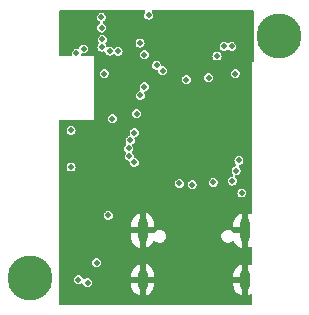
<source format=gbr>
%TF.GenerationSoftware,KiCad,Pcbnew,(6.0.4)*%
%TF.CreationDate,2023-01-18T18:35:58+00:00*%
%TF.ProjectId,PrettySmallRobot,50726574-7479-4536-9d61-6c6c526f626f,rev?*%
%TF.SameCoordinates,Original*%
%TF.FileFunction,Copper,L2,Inr*%
%TF.FilePolarity,Positive*%
%FSLAX46Y46*%
G04 Gerber Fmt 4.6, Leading zero omitted, Abs format (unit mm)*
G04 Created by KiCad (PCBNEW (6.0.4)) date 2023-01-18 18:35:58*
%MOMM*%
%LPD*%
G01*
G04 APERTURE LIST*
%TA.AperFunction,ComponentPad*%
%ADD10C,3.800000*%
%TD*%
%TA.AperFunction,ComponentPad*%
%ADD11O,0.900000X1.700000*%
%TD*%
%TA.AperFunction,ComponentPad*%
%ADD12O,0.900000X2.000000*%
%TD*%
%TA.AperFunction,ViaPad*%
%ADD13C,0.500000*%
%TD*%
G04 APERTURE END LIST*
D10*
%TO.N,N/C*%
%TO.C,H2*%
X125050000Y-119200000D03*
%TD*%
%TO.N,N/C*%
%TO.C,H1*%
X146150000Y-98700000D03*
%TD*%
D11*
%TO.N,GND*%
%TO.C,J1*%
X143250000Y-119350000D03*
X134600000Y-119350000D03*
D12*
X143250000Y-115180000D03*
X134600000Y-115180000D03*
%TD*%
D13*
%TO.N,GND*%
X143550000Y-105730000D03*
%TO.N,/VBUS*%
X143000000Y-112000000D03*
X142510000Y-110120000D03*
%TO.N,+BATT*%
X140900000Y-100400000D03*
X135786500Y-101180000D03*
X131136000Y-98022276D03*
X141500000Y-99600000D03*
X134390000Y-99310000D03*
X133900000Y-109400000D03*
X142150000Y-99600000D03*
%TO.N,GND*%
X138140000Y-96920000D03*
X138600000Y-100700000D03*
X131600000Y-103700000D03*
X133000000Y-103130000D03*
X131010000Y-102790000D03*
X131600000Y-103100000D03*
X132600000Y-103700000D03*
X141550000Y-111550000D03*
X135700000Y-97660000D03*
X140450000Y-99400000D03*
X131490000Y-105300000D03*
X130800000Y-105450000D03*
X139600000Y-100400000D03*
X141700000Y-112250000D03*
X128150000Y-99750000D03*
X136120000Y-100580000D03*
X142599948Y-113139948D03*
X129340000Y-106250000D03*
X135400000Y-100250000D03*
X132635606Y-105246228D03*
X139850000Y-112750000D03*
X133330000Y-105290000D03*
X140600000Y-97100000D03*
%TO.N,+3V3*%
X128550000Y-106700000D03*
X129150000Y-119350000D03*
X140600000Y-111100000D03*
X142450000Y-101900000D03*
X128550000Y-109800000D03*
X137700000Y-111200000D03*
X131150000Y-99650000D03*
X129950000Y-119600000D03*
X130700000Y-117900000D03*
X140200000Y-102250000D03*
X131350000Y-101900000D03*
%TO.N,/~{RESET}*%
X132050000Y-105700000D03*
X134750000Y-103000000D03*
%TO.N,Net-(R7-Pad1)*%
X138800000Y-111300000D03*
%TO.N,Net-(D1-Pad1)*%
X142200000Y-111000000D03*
%TO.N,Net-(C22-Pad1)*%
X131700000Y-113900000D03*
%TO.N,/MOTORB_OUT1*%
X134750000Y-100300000D03*
%TO.N,/MOTORB_OUT2*%
X131200000Y-99000000D03*
%TO.N,/MOTORB_IN1*%
X133408623Y-108229895D03*
X132530000Y-100010000D03*
%TO.N,/MOTORA_OUT1*%
X131100000Y-97120000D03*
%TO.N,/MOTORA_OUT2*%
X135100000Y-96950000D03*
%TO.N,/MOTORA_IN1*%
X129600000Y-99800000D03*
X133900000Y-106900000D03*
%TO.N,/VDDA*%
X134410000Y-103730000D03*
X138300000Y-102400000D03*
X136300000Y-101650000D03*
%TO.N,/VDD3P3*%
X134100000Y-105300000D03*
%TO.N,/MOTORA_IN2*%
X129000000Y-100170000D03*
X133551500Y-107540000D03*
%TO.N,/MOTORB_IN2*%
X131800000Y-100000000D03*
X133480000Y-108890000D03*
%TO.N,/VDD_SPI*%
X142750000Y-109250000D03*
%TD*%
%TA.AperFunction,Conductor*%
%TO.N,GND*%
G36*
X131068508Y-96520002D02*
G01*
X131100419Y-96556830D01*
X131118469Y-96529607D01*
X131183464Y-96501039D01*
X131199613Y-96500000D01*
X134711944Y-96500000D01*
X134780065Y-96520002D01*
X134826558Y-96573658D01*
X134836662Y-96643932D01*
X134807168Y-96708512D01*
X134801039Y-96715095D01*
X134790789Y-96725345D01*
X134786289Y-96734177D01*
X134786288Y-96734178D01*
X134772621Y-96761001D01*
X134736500Y-96831892D01*
X134717794Y-96950000D01*
X134736500Y-97068108D01*
X134790789Y-97174655D01*
X134875345Y-97259211D01*
X134884177Y-97263711D01*
X134884178Y-97263712D01*
X134928618Y-97286355D01*
X134981892Y-97313500D01*
X135100000Y-97332206D01*
X135218108Y-97313500D01*
X135271382Y-97286355D01*
X135315822Y-97263712D01*
X135315823Y-97263711D01*
X135324655Y-97259211D01*
X135409211Y-97174655D01*
X135463500Y-97068108D01*
X135482206Y-96950000D01*
X135463500Y-96831892D01*
X135427379Y-96761001D01*
X135413712Y-96734178D01*
X135413711Y-96734177D01*
X135409211Y-96725345D01*
X135398961Y-96715095D01*
X135364935Y-96652783D01*
X135370000Y-96581968D01*
X135412547Y-96525132D01*
X135479067Y-96500321D01*
X135488056Y-96500000D01*
X143874000Y-96500000D01*
X143942121Y-96520002D01*
X143988614Y-96573658D01*
X144000000Y-96626000D01*
X144000000Y-100825984D01*
X143979998Y-100894105D01*
X143926342Y-100940598D01*
X143910966Y-100946333D01*
X143907658Y-100949000D01*
X143900198Y-100949000D01*
X143900000Y-100948918D01*
X143899802Y-100949000D01*
X143899235Y-100949235D01*
X143898918Y-100950000D01*
X143899000Y-100950198D01*
X143899000Y-113679210D01*
X143878998Y-113747331D01*
X143825342Y-113793824D01*
X143755068Y-113803928D01*
X143717370Y-113792265D01*
X143591375Y-113730268D01*
X143579481Y-113725845D01*
X143521530Y-113710749D01*
X143507436Y-113711183D01*
X143504000Y-113719364D01*
X143504000Y-116639229D01*
X143507973Y-116652760D01*
X143514075Y-116653637D01*
X143666136Y-116597690D01*
X143677549Y-116592124D01*
X143706603Y-116574109D01*
X143775038Y-116555211D01*
X143842826Y-116576313D01*
X143888445Y-116630714D01*
X143899000Y-116681195D01*
X143899000Y-117999210D01*
X143878998Y-118067331D01*
X143825342Y-118113824D01*
X143755068Y-118123928D01*
X143717370Y-118112265D01*
X143591375Y-118050268D01*
X143579481Y-118045845D01*
X143521530Y-118030749D01*
X143507436Y-118031183D01*
X143504000Y-118039364D01*
X143504000Y-120659229D01*
X143507973Y-120672760D01*
X143514075Y-120673637D01*
X143666136Y-120617690D01*
X143677549Y-120612124D01*
X143706603Y-120594109D01*
X143775038Y-120575211D01*
X143842826Y-120596313D01*
X143888445Y-120650714D01*
X143899000Y-120701195D01*
X143899000Y-121323000D01*
X143878998Y-121391121D01*
X143825342Y-121437614D01*
X143773000Y-121449000D01*
X127626000Y-121449000D01*
X127557879Y-121428998D01*
X127511386Y-121375342D01*
X127500000Y-121323000D01*
X127500000Y-119350000D01*
X128767794Y-119350000D01*
X128786500Y-119468108D01*
X128840789Y-119574655D01*
X128925345Y-119659211D01*
X128934177Y-119663711D01*
X128934178Y-119663712D01*
X128949477Y-119671507D01*
X129031892Y-119713500D01*
X129150000Y-119732206D01*
X129268108Y-119713500D01*
X129350523Y-119671507D01*
X129365822Y-119663712D01*
X129365823Y-119663711D01*
X129374655Y-119659211D01*
X129381666Y-119652200D01*
X129389687Y-119646372D01*
X129391791Y-119649268D01*
X129438257Y-119623895D01*
X129509072Y-119628960D01*
X129565908Y-119671507D01*
X129584874Y-119708082D01*
X129584948Y-119708311D01*
X129586500Y-119718108D01*
X129591001Y-119726941D01*
X129591002Y-119726944D01*
X129625907Y-119795447D01*
X129640789Y-119824655D01*
X129725345Y-119909211D01*
X129734177Y-119913711D01*
X129734178Y-119913712D01*
X129778619Y-119936356D01*
X129831892Y-119963500D01*
X129950000Y-119982206D01*
X130068108Y-119963500D01*
X130121382Y-119936355D01*
X130165822Y-119913712D01*
X130165823Y-119913711D01*
X130174655Y-119909211D01*
X130259211Y-119824655D01*
X130274094Y-119795447D01*
X133642000Y-119795447D01*
X133642323Y-119801822D01*
X133656082Y-119937277D01*
X133658636Y-119949717D01*
X133713016Y-120123244D01*
X133718025Y-120134932D01*
X133806187Y-120293979D01*
X133813438Y-120304412D01*
X133931785Y-120442491D01*
X133940976Y-120451244D01*
X134084680Y-120562711D01*
X134095440Y-120569435D01*
X134258625Y-120649732D01*
X134270519Y-120654155D01*
X134328470Y-120669251D01*
X134342564Y-120668817D01*
X134346000Y-120660636D01*
X134346000Y-120659229D01*
X134854000Y-120659229D01*
X134857973Y-120672760D01*
X134864075Y-120673637D01*
X135016136Y-120617690D01*
X135027549Y-120612123D01*
X135182108Y-120516292D01*
X135192174Y-120508540D01*
X135324303Y-120383592D01*
X135332605Y-120373974D01*
X135436908Y-120225013D01*
X135443108Y-120213919D01*
X135515332Y-120047020D01*
X135519171Y-120034917D01*
X135556675Y-119855400D01*
X135557915Y-119845848D01*
X135558000Y-119842616D01*
X135558000Y-119795447D01*
X142292000Y-119795447D01*
X142292323Y-119801822D01*
X142306082Y-119937277D01*
X142308636Y-119949717D01*
X142363016Y-120123244D01*
X142368025Y-120134932D01*
X142456187Y-120293979D01*
X142463438Y-120304412D01*
X142581785Y-120442491D01*
X142590976Y-120451244D01*
X142734680Y-120562711D01*
X142745440Y-120569435D01*
X142908625Y-120649732D01*
X142920519Y-120654155D01*
X142978470Y-120669251D01*
X142992564Y-120668817D01*
X142996000Y-120660636D01*
X142996000Y-119622115D01*
X142991525Y-119606876D01*
X142990135Y-119605671D01*
X142982452Y-119604000D01*
X142310115Y-119604000D01*
X142294876Y-119608475D01*
X142293671Y-119609865D01*
X142292000Y-119617548D01*
X142292000Y-119795447D01*
X135558000Y-119795447D01*
X135558000Y-119622115D01*
X135553525Y-119606876D01*
X135552135Y-119605671D01*
X135544452Y-119604000D01*
X134872115Y-119604000D01*
X134856876Y-119608475D01*
X134855671Y-119609865D01*
X134854000Y-119617548D01*
X134854000Y-120659229D01*
X134346000Y-120659229D01*
X134346000Y-119622115D01*
X134341525Y-119606876D01*
X134340135Y-119605671D01*
X134332452Y-119604000D01*
X133660115Y-119604000D01*
X133644876Y-119608475D01*
X133643671Y-119609865D01*
X133642000Y-119617548D01*
X133642000Y-119795447D01*
X130274094Y-119795447D01*
X130286355Y-119771382D01*
X130313500Y-119718108D01*
X130327619Y-119628960D01*
X130330655Y-119609793D01*
X130332206Y-119600000D01*
X130313500Y-119481892D01*
X130259211Y-119375345D01*
X130174655Y-119290789D01*
X130165823Y-119286289D01*
X130165822Y-119286288D01*
X130078741Y-119241918D01*
X130068108Y-119236500D01*
X129950000Y-119217794D01*
X129831892Y-119236500D01*
X129821259Y-119241918D01*
X129734178Y-119286288D01*
X129734177Y-119286289D01*
X129725345Y-119290789D01*
X129718334Y-119297800D01*
X129710313Y-119303628D01*
X129708209Y-119300732D01*
X129661743Y-119326105D01*
X129590928Y-119321040D01*
X129534092Y-119278493D01*
X129515126Y-119241918D01*
X129515052Y-119241689D01*
X129513500Y-119231892D01*
X129459211Y-119125345D01*
X129411751Y-119077885D01*
X133642000Y-119077885D01*
X133646475Y-119093124D01*
X133647865Y-119094329D01*
X133655548Y-119096000D01*
X134327885Y-119096000D01*
X134343124Y-119091525D01*
X134344329Y-119090135D01*
X134346000Y-119082452D01*
X134346000Y-119077885D01*
X134854000Y-119077885D01*
X134858475Y-119093124D01*
X134859865Y-119094329D01*
X134867548Y-119096000D01*
X135539885Y-119096000D01*
X135555124Y-119091525D01*
X135556329Y-119090135D01*
X135558000Y-119082452D01*
X135558000Y-119077885D01*
X142292000Y-119077885D01*
X142296475Y-119093124D01*
X142297865Y-119094329D01*
X142305548Y-119096000D01*
X142977885Y-119096000D01*
X142993124Y-119091525D01*
X142994329Y-119090135D01*
X142996000Y-119082452D01*
X142996000Y-118040771D01*
X142992027Y-118027240D01*
X142985925Y-118026363D01*
X142833864Y-118082310D01*
X142822451Y-118087877D01*
X142667892Y-118183708D01*
X142657826Y-118191460D01*
X142525697Y-118316408D01*
X142517395Y-118326026D01*
X142413092Y-118474987D01*
X142406892Y-118486081D01*
X142334668Y-118652980D01*
X142330829Y-118665083D01*
X142293325Y-118844600D01*
X142292085Y-118854152D01*
X142292000Y-118857384D01*
X142292000Y-119077885D01*
X135558000Y-119077885D01*
X135558000Y-118904553D01*
X135557677Y-118898178D01*
X135543918Y-118762723D01*
X135541364Y-118750283D01*
X135486984Y-118576756D01*
X135481975Y-118565068D01*
X135393813Y-118406021D01*
X135386562Y-118395588D01*
X135268215Y-118257509D01*
X135259024Y-118248756D01*
X135115320Y-118137289D01*
X135104560Y-118130565D01*
X134941375Y-118050268D01*
X134929481Y-118045845D01*
X134871530Y-118030749D01*
X134857436Y-118031183D01*
X134854000Y-118039364D01*
X134854000Y-119077885D01*
X134346000Y-119077885D01*
X134346000Y-118040771D01*
X134342027Y-118027240D01*
X134335925Y-118026363D01*
X134183864Y-118082310D01*
X134172451Y-118087877D01*
X134017892Y-118183708D01*
X134007826Y-118191460D01*
X133875697Y-118316408D01*
X133867395Y-118326026D01*
X133763092Y-118474987D01*
X133756892Y-118486081D01*
X133684668Y-118652980D01*
X133680829Y-118665083D01*
X133643325Y-118844600D01*
X133642085Y-118854152D01*
X133642000Y-118857384D01*
X133642000Y-119077885D01*
X129411751Y-119077885D01*
X129374655Y-119040789D01*
X129365823Y-119036289D01*
X129365822Y-119036288D01*
X129321382Y-119013645D01*
X129268108Y-118986500D01*
X129150000Y-118967794D01*
X129031892Y-118986500D01*
X128978618Y-119013645D01*
X128934178Y-119036288D01*
X128934177Y-119036289D01*
X128925345Y-119040789D01*
X128840789Y-119125345D01*
X128786500Y-119231892D01*
X128784949Y-119241685D01*
X128771579Y-119326105D01*
X128767794Y-119350000D01*
X127500000Y-119350000D01*
X127500000Y-117900000D01*
X130317794Y-117900000D01*
X130336500Y-118018108D01*
X130390789Y-118124655D01*
X130475345Y-118209211D01*
X130484177Y-118213711D01*
X130484178Y-118213712D01*
X130528619Y-118236356D01*
X130581892Y-118263500D01*
X130700000Y-118282206D01*
X130818108Y-118263500D01*
X130871382Y-118236355D01*
X130915822Y-118213712D01*
X130915823Y-118213711D01*
X130924655Y-118209211D01*
X131009211Y-118124655D01*
X131063500Y-118018108D01*
X131082206Y-117900000D01*
X131063500Y-117781892D01*
X131009211Y-117675345D01*
X130924655Y-117590789D01*
X130915823Y-117586289D01*
X130915822Y-117586288D01*
X130871382Y-117563645D01*
X130818108Y-117536500D01*
X130700000Y-117517794D01*
X130581892Y-117536500D01*
X130528618Y-117563645D01*
X130484178Y-117586288D01*
X130484177Y-117586289D01*
X130475345Y-117590789D01*
X130390789Y-117675345D01*
X130336500Y-117781892D01*
X130317794Y-117900000D01*
X127500000Y-117900000D01*
X127500000Y-115775447D01*
X133642000Y-115775447D01*
X133642323Y-115781822D01*
X133656082Y-115917277D01*
X133658636Y-115929717D01*
X133713016Y-116103244D01*
X133718025Y-116114932D01*
X133806187Y-116273979D01*
X133813438Y-116284412D01*
X133931785Y-116422491D01*
X133940976Y-116431244D01*
X134084680Y-116542711D01*
X134095440Y-116549435D01*
X134258625Y-116629732D01*
X134270519Y-116634155D01*
X134328470Y-116649251D01*
X134342564Y-116648817D01*
X134346000Y-116640636D01*
X134346000Y-116639229D01*
X134854000Y-116639229D01*
X134857973Y-116652760D01*
X134864075Y-116653637D01*
X135016136Y-116597690D01*
X135027549Y-116592123D01*
X135182108Y-116496292D01*
X135192174Y-116488540D01*
X135324303Y-116363592D01*
X135332605Y-116353974D01*
X135436908Y-116205013D01*
X135443110Y-116193916D01*
X135470294Y-116131097D01*
X135515705Y-116076522D01*
X135583412Y-116055162D01*
X135651919Y-116073798D01*
X135667879Y-116086950D01*
X135668368Y-116086359D01*
X135674984Y-116091832D01*
X135680799Y-116098156D01*
X135733928Y-116131097D01*
X135801687Y-116173110D01*
X135801690Y-116173111D01*
X135808986Y-116177635D01*
X135953825Y-116219715D01*
X135960803Y-116220227D01*
X135962208Y-116220331D01*
X135962219Y-116220331D01*
X135964515Y-116220500D01*
X136072785Y-116220500D01*
X136077030Y-116219918D01*
X136077037Y-116219918D01*
X136137522Y-116211632D01*
X136184432Y-116205206D01*
X136248145Y-116177635D01*
X136314971Y-116148717D01*
X136314973Y-116148716D01*
X136322855Y-116145305D01*
X136440070Y-116050386D01*
X136527442Y-115927442D01*
X136578533Y-115785532D01*
X136584455Y-115704891D01*
X141260420Y-115704891D01*
X141290233Y-115852743D01*
X141358707Y-115987132D01*
X141460799Y-116098156D01*
X141513928Y-116131097D01*
X141581687Y-116173110D01*
X141581690Y-116173111D01*
X141588986Y-116177635D01*
X141733825Y-116219715D01*
X141740803Y-116220227D01*
X141742208Y-116220331D01*
X141742219Y-116220331D01*
X141744515Y-116220500D01*
X141852785Y-116220500D01*
X141857030Y-116219918D01*
X141857037Y-116219918D01*
X141917522Y-116211632D01*
X141964432Y-116205206D01*
X142028145Y-116177635D01*
X142094971Y-116148717D01*
X142094973Y-116148716D01*
X142102855Y-116145305D01*
X142180799Y-116082187D01*
X142246324Y-116054863D01*
X142316223Y-116067303D01*
X142370293Y-116119023D01*
X142456187Y-116273979D01*
X142463438Y-116284412D01*
X142581785Y-116422491D01*
X142590976Y-116431244D01*
X142734680Y-116542711D01*
X142745440Y-116549435D01*
X142908625Y-116629732D01*
X142920519Y-116634155D01*
X142978470Y-116649251D01*
X142992564Y-116648817D01*
X142996000Y-116640636D01*
X142996000Y-115452115D01*
X142991525Y-115436876D01*
X142990135Y-115435671D01*
X142982452Y-115434000D01*
X142389844Y-115434000D01*
X142321723Y-115413998D01*
X142277577Y-115365201D01*
X142271293Y-115352868D01*
X142169201Y-115241844D01*
X142087654Y-115191283D01*
X142048313Y-115166890D01*
X142048310Y-115166889D01*
X142041014Y-115162365D01*
X141896175Y-115120285D01*
X141889197Y-115119773D01*
X141887792Y-115119669D01*
X141887781Y-115119669D01*
X141885485Y-115119500D01*
X141777215Y-115119500D01*
X141772970Y-115120082D01*
X141772963Y-115120082D01*
X141712478Y-115128368D01*
X141665568Y-115134794D01*
X141657684Y-115138206D01*
X141657683Y-115138206D01*
X141535029Y-115191283D01*
X141535027Y-115191284D01*
X141527145Y-115194695D01*
X141409930Y-115289614D01*
X141322558Y-115412558D01*
X141271467Y-115554468D01*
X141260420Y-115704891D01*
X136584455Y-115704891D01*
X136589580Y-115635109D01*
X136559767Y-115487257D01*
X136491293Y-115352868D01*
X136389201Y-115241844D01*
X136307654Y-115191283D01*
X136268313Y-115166890D01*
X136268310Y-115166889D01*
X136261014Y-115162365D01*
X136116175Y-115120285D01*
X136109197Y-115119773D01*
X136107792Y-115119669D01*
X136107781Y-115119669D01*
X136105485Y-115119500D01*
X135997215Y-115119500D01*
X135992970Y-115120082D01*
X135992963Y-115120082D01*
X135932478Y-115128368D01*
X135885568Y-115134794D01*
X135877684Y-115138206D01*
X135877683Y-115138206D01*
X135755029Y-115191283D01*
X135755027Y-115191284D01*
X135747145Y-115194695D01*
X135629930Y-115289614D01*
X135624955Y-115296615D01*
X135564992Y-115380990D01*
X135509226Y-115424930D01*
X135462286Y-115434000D01*
X134872115Y-115434000D01*
X134856876Y-115438475D01*
X134855671Y-115439865D01*
X134854000Y-115447548D01*
X134854000Y-116639229D01*
X134346000Y-116639229D01*
X134346000Y-115452115D01*
X134341525Y-115436876D01*
X134340135Y-115435671D01*
X134332452Y-115434000D01*
X133660115Y-115434000D01*
X133644876Y-115438475D01*
X133643671Y-115439865D01*
X133642000Y-115447548D01*
X133642000Y-115775447D01*
X127500000Y-115775447D01*
X127500000Y-114907885D01*
X133642000Y-114907885D01*
X133646475Y-114923124D01*
X133647865Y-114924329D01*
X133655548Y-114926000D01*
X134327885Y-114926000D01*
X134343124Y-114921525D01*
X134344329Y-114920135D01*
X134346000Y-114912452D01*
X134346000Y-114907885D01*
X134854000Y-114907885D01*
X134858475Y-114923124D01*
X134859865Y-114924329D01*
X134867548Y-114926000D01*
X135539885Y-114926000D01*
X135555124Y-114921525D01*
X135556329Y-114920135D01*
X135558000Y-114912452D01*
X135558000Y-114907885D01*
X142292000Y-114907885D01*
X142296475Y-114923124D01*
X142297865Y-114924329D01*
X142305548Y-114926000D01*
X142977885Y-114926000D01*
X142993124Y-114921525D01*
X142994329Y-114920135D01*
X142996000Y-114912452D01*
X142996000Y-113720771D01*
X142992027Y-113707240D01*
X142985925Y-113706363D01*
X142833864Y-113762310D01*
X142822451Y-113767877D01*
X142667892Y-113863708D01*
X142657826Y-113871460D01*
X142525697Y-113996408D01*
X142517395Y-114006026D01*
X142413092Y-114154987D01*
X142406892Y-114166081D01*
X142334668Y-114332980D01*
X142330829Y-114345083D01*
X142293325Y-114524600D01*
X142292085Y-114534152D01*
X142292000Y-114537384D01*
X142292000Y-114907885D01*
X135558000Y-114907885D01*
X135558000Y-114584553D01*
X135557677Y-114578178D01*
X135543918Y-114442723D01*
X135541364Y-114430283D01*
X135486984Y-114256756D01*
X135481975Y-114245068D01*
X135393813Y-114086021D01*
X135386562Y-114075588D01*
X135268215Y-113937509D01*
X135259024Y-113928756D01*
X135115320Y-113817289D01*
X135104560Y-113810565D01*
X134941375Y-113730268D01*
X134929481Y-113725845D01*
X134871530Y-113710749D01*
X134857436Y-113711183D01*
X134854000Y-113719364D01*
X134854000Y-114907885D01*
X134346000Y-114907885D01*
X134346000Y-113720771D01*
X134342027Y-113707240D01*
X134335925Y-113706363D01*
X134183864Y-113762310D01*
X134172451Y-113767877D01*
X134017892Y-113863708D01*
X134007826Y-113871460D01*
X133875697Y-113996408D01*
X133867395Y-114006026D01*
X133763092Y-114154987D01*
X133756892Y-114166081D01*
X133684668Y-114332980D01*
X133680829Y-114345083D01*
X133643325Y-114524600D01*
X133642085Y-114534152D01*
X133642000Y-114537384D01*
X133642000Y-114907885D01*
X127500000Y-114907885D01*
X127500000Y-113900000D01*
X131317794Y-113900000D01*
X131336500Y-114018108D01*
X131390789Y-114124655D01*
X131475345Y-114209211D01*
X131484177Y-114213711D01*
X131484178Y-114213712D01*
X131528618Y-114236355D01*
X131581892Y-114263500D01*
X131700000Y-114282206D01*
X131818108Y-114263500D01*
X131871381Y-114236356D01*
X131915822Y-114213712D01*
X131915823Y-114213711D01*
X131924655Y-114209211D01*
X132009211Y-114124655D01*
X132063500Y-114018108D01*
X132082206Y-113900000D01*
X132063500Y-113781892D01*
X132027472Y-113711183D01*
X132013712Y-113684178D01*
X132013711Y-113684177D01*
X132009211Y-113675345D01*
X131924655Y-113590789D01*
X131915823Y-113586289D01*
X131915822Y-113586288D01*
X131871382Y-113563645D01*
X131818108Y-113536500D01*
X131700000Y-113517794D01*
X131581892Y-113536500D01*
X131528619Y-113563644D01*
X131484178Y-113586288D01*
X131484177Y-113586289D01*
X131475345Y-113590789D01*
X131390789Y-113675345D01*
X131386289Y-113684177D01*
X131386288Y-113684178D01*
X131372528Y-113711183D01*
X131336500Y-113781892D01*
X131317794Y-113900000D01*
X127500000Y-113900000D01*
X127500000Y-112000000D01*
X142617794Y-112000000D01*
X142636500Y-112118108D01*
X142690789Y-112224655D01*
X142775345Y-112309211D01*
X142784177Y-112313711D01*
X142784178Y-112313712D01*
X142828619Y-112336356D01*
X142881892Y-112363500D01*
X143000000Y-112382206D01*
X143118108Y-112363500D01*
X143171381Y-112336356D01*
X143215822Y-112313712D01*
X143215823Y-112313711D01*
X143224655Y-112309211D01*
X143309211Y-112224655D01*
X143363500Y-112118108D01*
X143382206Y-112000000D01*
X143363500Y-111881892D01*
X143309211Y-111775345D01*
X143224655Y-111690789D01*
X143215823Y-111686289D01*
X143215822Y-111686288D01*
X143162264Y-111658999D01*
X143118108Y-111636500D01*
X143000000Y-111617794D01*
X142881892Y-111636500D01*
X142837736Y-111658999D01*
X142784178Y-111686288D01*
X142784177Y-111686289D01*
X142775345Y-111690789D01*
X142690789Y-111775345D01*
X142636500Y-111881892D01*
X142617794Y-112000000D01*
X127500000Y-112000000D01*
X127500000Y-111200000D01*
X137317794Y-111200000D01*
X137336500Y-111318108D01*
X137390789Y-111424655D01*
X137475345Y-111509211D01*
X137484177Y-111513711D01*
X137484178Y-111513712D01*
X137505655Y-111524655D01*
X137581892Y-111563500D01*
X137700000Y-111582206D01*
X137818108Y-111563500D01*
X137894345Y-111524655D01*
X137915822Y-111513712D01*
X137915823Y-111513711D01*
X137924655Y-111509211D01*
X138009211Y-111424655D01*
X138063500Y-111318108D01*
X138066368Y-111300000D01*
X138417794Y-111300000D01*
X138436500Y-111418108D01*
X138490789Y-111524655D01*
X138575345Y-111609211D01*
X138584177Y-111613711D01*
X138584178Y-111613712D01*
X138625858Y-111634949D01*
X138681892Y-111663500D01*
X138800000Y-111682206D01*
X138918108Y-111663500D01*
X138974142Y-111634949D01*
X139015822Y-111613712D01*
X139015823Y-111613711D01*
X139024655Y-111609211D01*
X139109211Y-111524655D01*
X139163500Y-111418108D01*
X139182206Y-111300000D01*
X139163500Y-111181892D01*
X139126010Y-111108315D01*
X139121773Y-111100000D01*
X140217794Y-111100000D01*
X140236500Y-111218108D01*
X140263644Y-111271381D01*
X140278227Y-111300000D01*
X140290789Y-111324655D01*
X140375345Y-111409211D01*
X140384177Y-111413711D01*
X140384178Y-111413712D01*
X140419415Y-111431666D01*
X140481892Y-111463500D01*
X140600000Y-111482206D01*
X140718108Y-111463500D01*
X140780585Y-111431666D01*
X140815822Y-111413712D01*
X140815823Y-111413711D01*
X140824655Y-111409211D01*
X140909211Y-111324655D01*
X140921774Y-111300000D01*
X140936355Y-111271382D01*
X140963500Y-111218108D01*
X140982206Y-111100000D01*
X140966368Y-111000000D01*
X141817794Y-111000000D01*
X141836500Y-111118108D01*
X141841001Y-111126941D01*
X141878227Y-111200000D01*
X141890789Y-111224655D01*
X141975345Y-111309211D01*
X141984177Y-111313711D01*
X141984178Y-111313712D01*
X142019415Y-111331666D01*
X142081892Y-111363500D01*
X142200000Y-111382206D01*
X142318108Y-111363500D01*
X142380585Y-111331666D01*
X142415822Y-111313712D01*
X142415823Y-111313711D01*
X142424655Y-111309211D01*
X142509211Y-111224655D01*
X142521774Y-111200000D01*
X142558999Y-111126941D01*
X142563500Y-111118108D01*
X142582206Y-111000000D01*
X142563500Y-110881892D01*
X142509211Y-110775345D01*
X142448385Y-110714519D01*
X142414359Y-110652207D01*
X142419424Y-110581392D01*
X142461971Y-110524556D01*
X142517769Y-110500976D01*
X142591655Y-110489273D01*
X142618316Y-110485051D01*
X142618317Y-110485051D01*
X142628108Y-110483500D01*
X142681382Y-110456355D01*
X142725822Y-110433712D01*
X142725823Y-110433711D01*
X142734655Y-110429211D01*
X142819211Y-110344655D01*
X142873500Y-110238108D01*
X142892206Y-110120000D01*
X142873500Y-110001892D01*
X142835310Y-109926941D01*
X142823712Y-109904178D01*
X142823711Y-109904177D01*
X142819211Y-109895345D01*
X142757447Y-109833581D01*
X142723421Y-109771269D01*
X142728486Y-109700454D01*
X142771033Y-109643618D01*
X142826832Y-109620037D01*
X142868108Y-109613500D01*
X142942991Y-109575345D01*
X142965822Y-109563712D01*
X142965823Y-109563711D01*
X142974655Y-109559211D01*
X143059211Y-109474655D01*
X143079443Y-109434949D01*
X143108999Y-109376941D01*
X143113500Y-109368108D01*
X143132206Y-109250000D01*
X143113500Y-109131892D01*
X143059211Y-109025345D01*
X142974655Y-108940789D01*
X142965823Y-108936289D01*
X142965822Y-108936288D01*
X142902351Y-108903948D01*
X142868108Y-108886500D01*
X142750000Y-108867794D01*
X142631892Y-108886500D01*
X142597649Y-108903948D01*
X142534178Y-108936288D01*
X142534177Y-108936289D01*
X142525345Y-108940789D01*
X142440789Y-109025345D01*
X142386500Y-109131892D01*
X142367794Y-109250000D01*
X142386500Y-109368108D01*
X142391001Y-109376941D01*
X142420558Y-109434949D01*
X142440789Y-109474655D01*
X142502553Y-109536419D01*
X142536579Y-109598731D01*
X142531514Y-109669546D01*
X142488967Y-109726382D01*
X142433168Y-109749963D01*
X142391892Y-109756500D01*
X142378154Y-109763500D01*
X142294178Y-109806288D01*
X142294177Y-109806289D01*
X142285345Y-109810789D01*
X142200789Y-109895345D01*
X142196289Y-109904177D01*
X142196288Y-109904178D01*
X142184690Y-109926941D01*
X142146500Y-110001892D01*
X142127794Y-110120000D01*
X142146500Y-110238108D01*
X142200789Y-110344655D01*
X142261615Y-110405481D01*
X142295641Y-110467793D01*
X142290576Y-110538608D01*
X142248029Y-110595444D01*
X142192231Y-110619024D01*
X142118345Y-110630727D01*
X142091684Y-110634949D01*
X142091683Y-110634949D01*
X142081892Y-110636500D01*
X142051066Y-110652207D01*
X141984178Y-110686288D01*
X141984177Y-110686289D01*
X141975345Y-110690789D01*
X141890789Y-110775345D01*
X141836500Y-110881892D01*
X141817794Y-111000000D01*
X140966368Y-111000000D01*
X140963500Y-110981892D01*
X140909211Y-110875345D01*
X140824655Y-110790789D01*
X140815823Y-110786289D01*
X140815822Y-110786288D01*
X140771381Y-110763644D01*
X140718108Y-110736500D01*
X140600000Y-110717794D01*
X140481892Y-110736500D01*
X140428618Y-110763645D01*
X140384178Y-110786288D01*
X140384177Y-110786289D01*
X140375345Y-110790789D01*
X140290789Y-110875345D01*
X140236500Y-110981892D01*
X140217794Y-111100000D01*
X139121773Y-111100000D01*
X139113712Y-111084178D01*
X139113711Y-111084177D01*
X139109211Y-111075345D01*
X139024655Y-110990789D01*
X139015823Y-110986289D01*
X139015822Y-110986288D01*
X138971381Y-110963644D01*
X138918108Y-110936500D01*
X138800000Y-110917794D01*
X138681892Y-110936500D01*
X138628618Y-110963645D01*
X138584178Y-110986288D01*
X138584177Y-110986289D01*
X138575345Y-110990789D01*
X138490789Y-111075345D01*
X138486289Y-111084177D01*
X138486288Y-111084178D01*
X138473990Y-111108315D01*
X138436500Y-111181892D01*
X138417794Y-111300000D01*
X138066368Y-111300000D01*
X138082206Y-111200000D01*
X138063500Y-111081892D01*
X138026763Y-111009793D01*
X138013712Y-110984178D01*
X138013711Y-110984177D01*
X138009211Y-110975345D01*
X137924655Y-110890789D01*
X137915823Y-110886289D01*
X137915822Y-110886288D01*
X137871382Y-110863645D01*
X137818108Y-110836500D01*
X137700000Y-110817794D01*
X137581892Y-110836500D01*
X137528618Y-110863645D01*
X137484178Y-110886288D01*
X137484177Y-110886289D01*
X137475345Y-110890789D01*
X137390789Y-110975345D01*
X137386289Y-110984177D01*
X137386288Y-110984178D01*
X137373237Y-111009793D01*
X137336500Y-111081892D01*
X137317794Y-111200000D01*
X127500000Y-111200000D01*
X127500000Y-109800000D01*
X128167794Y-109800000D01*
X128186500Y-109918108D01*
X128191001Y-109926941D01*
X128229191Y-110001892D01*
X128240789Y-110024655D01*
X128325345Y-110109211D01*
X128334177Y-110113711D01*
X128334178Y-110113712D01*
X128346519Y-110120000D01*
X128431892Y-110163500D01*
X128550000Y-110182206D01*
X128668108Y-110163500D01*
X128753481Y-110120000D01*
X128765822Y-110113712D01*
X128765823Y-110113711D01*
X128774655Y-110109211D01*
X128859211Y-110024655D01*
X128870810Y-110001892D01*
X128908999Y-109926941D01*
X128913500Y-109918108D01*
X128932206Y-109800000D01*
X128913500Y-109681892D01*
X128879835Y-109615822D01*
X128863712Y-109584178D01*
X128863711Y-109584177D01*
X128859211Y-109575345D01*
X128774655Y-109490789D01*
X128765823Y-109486289D01*
X128765822Y-109486288D01*
X128721381Y-109463644D01*
X128668108Y-109436500D01*
X128550000Y-109417794D01*
X128431892Y-109436500D01*
X128378619Y-109463644D01*
X128334178Y-109486288D01*
X128334177Y-109486289D01*
X128325345Y-109490789D01*
X128240789Y-109575345D01*
X128236289Y-109584177D01*
X128236288Y-109584178D01*
X128220165Y-109615822D01*
X128186500Y-109681892D01*
X128167794Y-109800000D01*
X127500000Y-109800000D01*
X127500000Y-108229895D01*
X133026417Y-108229895D01*
X133045123Y-108348003D01*
X133099412Y-108454550D01*
X133154473Y-108509611D01*
X133188499Y-108571923D01*
X133183434Y-108642738D01*
X133171887Y-108664247D01*
X133170789Y-108665345D01*
X133116500Y-108771892D01*
X133097794Y-108890000D01*
X133116500Y-109008108D01*
X133130967Y-109036500D01*
X133158629Y-109090789D01*
X133170789Y-109114655D01*
X133255345Y-109199211D01*
X133264177Y-109203711D01*
X133264178Y-109203712D01*
X133308619Y-109226356D01*
X133361892Y-109253500D01*
X133371683Y-109255051D01*
X133371684Y-109255051D01*
X133387677Y-109257584D01*
X133413056Y-109261603D01*
X133477208Y-109292015D01*
X133514735Y-109352283D01*
X133519345Y-109386052D01*
X133519345Y-109390207D01*
X133517794Y-109400000D01*
X133536500Y-109518108D01*
X133590789Y-109624655D01*
X133675345Y-109709211D01*
X133684177Y-109713711D01*
X133684178Y-109713712D01*
X133728619Y-109736356D01*
X133781892Y-109763500D01*
X133900000Y-109782206D01*
X134018108Y-109763500D01*
X134071381Y-109736356D01*
X134115822Y-109713712D01*
X134115823Y-109713711D01*
X134124655Y-109709211D01*
X134209211Y-109624655D01*
X134263500Y-109518108D01*
X134282206Y-109400000D01*
X134263500Y-109281892D01*
X134223665Y-109203712D01*
X134213712Y-109184178D01*
X134213711Y-109184177D01*
X134209211Y-109175345D01*
X134124655Y-109090789D01*
X134115823Y-109086289D01*
X134115822Y-109086288D01*
X134071382Y-109063645D01*
X134018108Y-109036500D01*
X134008317Y-109034949D01*
X134008316Y-109034949D01*
X133992323Y-109032416D01*
X133966944Y-109028397D01*
X133902792Y-108997985D01*
X133865265Y-108937717D01*
X133860655Y-108903948D01*
X133860655Y-108899793D01*
X133862206Y-108890000D01*
X133843500Y-108771892D01*
X133789211Y-108665345D01*
X133734150Y-108610284D01*
X133700124Y-108547972D01*
X133705189Y-108477157D01*
X133716736Y-108455648D01*
X133717834Y-108454550D01*
X133772123Y-108348003D01*
X133790829Y-108229895D01*
X133772123Y-108111787D01*
X133723712Y-108016776D01*
X133710608Y-107947000D01*
X133737308Y-107881215D01*
X133761917Y-107857637D01*
X133767314Y-107853716D01*
X133776155Y-107849211D01*
X133860711Y-107764655D01*
X133915000Y-107658108D01*
X133933706Y-107540000D01*
X133915000Y-107421892D01*
X133914981Y-107421856D01*
X133913111Y-107356368D01*
X133949773Y-107295570D01*
X133999933Y-107271351D01*
X133998882Y-107268116D01*
X134008315Y-107265051D01*
X134018108Y-107263500D01*
X134091140Y-107226288D01*
X134115822Y-107213712D01*
X134115823Y-107213711D01*
X134124655Y-107209211D01*
X134209211Y-107124655D01*
X134230114Y-107083632D01*
X134258999Y-107026941D01*
X134263500Y-107018108D01*
X134282206Y-106900000D01*
X134263500Y-106781892D01*
X134226763Y-106709793D01*
X134213712Y-106684178D01*
X134213711Y-106684177D01*
X134209211Y-106675345D01*
X134124655Y-106590789D01*
X134115823Y-106586289D01*
X134115822Y-106586288D01*
X134071381Y-106563644D01*
X134018108Y-106536500D01*
X133900000Y-106517794D01*
X133781892Y-106536500D01*
X133728619Y-106563644D01*
X133684178Y-106586288D01*
X133684177Y-106586289D01*
X133675345Y-106590789D01*
X133590789Y-106675345D01*
X133586289Y-106684177D01*
X133586288Y-106684178D01*
X133573237Y-106709793D01*
X133536500Y-106781892D01*
X133517794Y-106900000D01*
X133536500Y-107018108D01*
X133536519Y-107018144D01*
X133538389Y-107083632D01*
X133501727Y-107144430D01*
X133451567Y-107168649D01*
X133452618Y-107171884D01*
X133443185Y-107174949D01*
X133433392Y-107176500D01*
X133382953Y-107202200D01*
X133335678Y-107226288D01*
X133335677Y-107226289D01*
X133326845Y-107230789D01*
X133242289Y-107315345D01*
X133237789Y-107324177D01*
X133237788Y-107324178D01*
X133215145Y-107368618D01*
X133188000Y-107421892D01*
X133169294Y-107540000D01*
X133188000Y-107658108D01*
X133192501Y-107666941D01*
X133236411Y-107753119D01*
X133249515Y-107822895D01*
X133222815Y-107888680D01*
X133198206Y-107912258D01*
X133192809Y-107916179D01*
X133183968Y-107920684D01*
X133099412Y-108005240D01*
X133045123Y-108111787D01*
X133026417Y-108229895D01*
X127500000Y-108229895D01*
X127500000Y-106700000D01*
X128167794Y-106700000D01*
X128186500Y-106818108D01*
X128191001Y-106826941D01*
X128228227Y-106900000D01*
X128240789Y-106924655D01*
X128325345Y-107009211D01*
X128334177Y-107013711D01*
X128334178Y-107013712D01*
X128378619Y-107036356D01*
X128431892Y-107063500D01*
X128550000Y-107082206D01*
X128668108Y-107063500D01*
X128721381Y-107036356D01*
X128765822Y-107013712D01*
X128765823Y-107013711D01*
X128774655Y-107009211D01*
X128859211Y-106924655D01*
X128871774Y-106900000D01*
X128908999Y-106826941D01*
X128913500Y-106818108D01*
X128932206Y-106700000D01*
X128913500Y-106581892D01*
X128859211Y-106475345D01*
X128774655Y-106390789D01*
X128765823Y-106386289D01*
X128765822Y-106386288D01*
X128721381Y-106363644D01*
X128668108Y-106336500D01*
X128550000Y-106317794D01*
X128431892Y-106336500D01*
X128378619Y-106363644D01*
X128334178Y-106386288D01*
X128334177Y-106386289D01*
X128325345Y-106390789D01*
X128240789Y-106475345D01*
X128186500Y-106581892D01*
X128167794Y-106700000D01*
X127500000Y-106700000D01*
X127500000Y-105926000D01*
X127520002Y-105857879D01*
X127573658Y-105811386D01*
X127626000Y-105800000D01*
X130500000Y-105800000D01*
X130500000Y-105700000D01*
X131667794Y-105700000D01*
X131686500Y-105818108D01*
X131740789Y-105924655D01*
X131825345Y-106009211D01*
X131834177Y-106013711D01*
X131834178Y-106013712D01*
X131878619Y-106036356D01*
X131931892Y-106063500D01*
X132050000Y-106082206D01*
X132168108Y-106063500D01*
X132221382Y-106036355D01*
X132265822Y-106013712D01*
X132265823Y-106013711D01*
X132274655Y-106009211D01*
X132359211Y-105924655D01*
X132413500Y-105818108D01*
X132432206Y-105700000D01*
X132413500Y-105581892D01*
X132359211Y-105475345D01*
X132274655Y-105390789D01*
X132265823Y-105386289D01*
X132265822Y-105386288D01*
X132221381Y-105363644D01*
X132168108Y-105336500D01*
X132050000Y-105317794D01*
X131931892Y-105336500D01*
X131878619Y-105363644D01*
X131834178Y-105386288D01*
X131834177Y-105386289D01*
X131825345Y-105390789D01*
X131740789Y-105475345D01*
X131686500Y-105581892D01*
X131667794Y-105700000D01*
X130500000Y-105700000D01*
X130500000Y-105300000D01*
X133717794Y-105300000D01*
X133736500Y-105418108D01*
X133790789Y-105524655D01*
X133875345Y-105609211D01*
X133884177Y-105613711D01*
X133884178Y-105613712D01*
X133928618Y-105636355D01*
X133981892Y-105663500D01*
X134100000Y-105682206D01*
X134218108Y-105663500D01*
X134271381Y-105636356D01*
X134315822Y-105613712D01*
X134315823Y-105613711D01*
X134324655Y-105609211D01*
X134409211Y-105524655D01*
X134463500Y-105418108D01*
X134482206Y-105300000D01*
X134463500Y-105181892D01*
X134409211Y-105075345D01*
X134324655Y-104990789D01*
X134315823Y-104986289D01*
X134315822Y-104986288D01*
X134271382Y-104963645D01*
X134218108Y-104936500D01*
X134100000Y-104917794D01*
X133981892Y-104936500D01*
X133928619Y-104963644D01*
X133884178Y-104986288D01*
X133884177Y-104986289D01*
X133875345Y-104990789D01*
X133790789Y-105075345D01*
X133736500Y-105181892D01*
X133717794Y-105300000D01*
X130500000Y-105300000D01*
X130500000Y-103730000D01*
X134027794Y-103730000D01*
X134046500Y-103848108D01*
X134100789Y-103954655D01*
X134185345Y-104039211D01*
X134194177Y-104043711D01*
X134194178Y-104043712D01*
X134238619Y-104066356D01*
X134291892Y-104093500D01*
X134410000Y-104112206D01*
X134528108Y-104093500D01*
X134581382Y-104066355D01*
X134625822Y-104043712D01*
X134625823Y-104043711D01*
X134634655Y-104039211D01*
X134719211Y-103954655D01*
X134773500Y-103848108D01*
X134792206Y-103730000D01*
X134773500Y-103611892D01*
X134742187Y-103550437D01*
X134729082Y-103480660D01*
X134755782Y-103414875D01*
X134813809Y-103373968D01*
X134834742Y-103368785D01*
X134868108Y-103363500D01*
X134921382Y-103336355D01*
X134965822Y-103313712D01*
X134965823Y-103313711D01*
X134974655Y-103309211D01*
X135059211Y-103224655D01*
X135113500Y-103118108D01*
X135132206Y-103000000D01*
X135113500Y-102881892D01*
X135059211Y-102775345D01*
X134974655Y-102690789D01*
X134965823Y-102686289D01*
X134965822Y-102686288D01*
X134921381Y-102663644D01*
X134868108Y-102636500D01*
X134750000Y-102617794D01*
X134631892Y-102636500D01*
X134578619Y-102663644D01*
X134534178Y-102686288D01*
X134534177Y-102686289D01*
X134525345Y-102690789D01*
X134440789Y-102775345D01*
X134386500Y-102881892D01*
X134367794Y-103000000D01*
X134386500Y-103118108D01*
X134391001Y-103126941D01*
X134391002Y-103126944D01*
X134417813Y-103179563D01*
X134430918Y-103249340D01*
X134404218Y-103315125D01*
X134346191Y-103356032D01*
X134325258Y-103361215D01*
X134291892Y-103366500D01*
X134261068Y-103382206D01*
X134194178Y-103416288D01*
X134194177Y-103416289D01*
X134185345Y-103420789D01*
X134100789Y-103505345D01*
X134046500Y-103611892D01*
X134027794Y-103730000D01*
X130500000Y-103730000D01*
X130500000Y-102400000D01*
X137917794Y-102400000D01*
X137936500Y-102518108D01*
X137990789Y-102624655D01*
X138075345Y-102709211D01*
X138084177Y-102713711D01*
X138084178Y-102713712D01*
X138128619Y-102736356D01*
X138181892Y-102763500D01*
X138300000Y-102782206D01*
X138418108Y-102763500D01*
X138471381Y-102736356D01*
X138515822Y-102713712D01*
X138515823Y-102713711D01*
X138524655Y-102709211D01*
X138609211Y-102624655D01*
X138663500Y-102518108D01*
X138682206Y-102400000D01*
X138663500Y-102281892D01*
X138647250Y-102250000D01*
X139817794Y-102250000D01*
X139836500Y-102368108D01*
X139890789Y-102474655D01*
X139975345Y-102559211D01*
X139984177Y-102563711D01*
X139984178Y-102563712D01*
X140028619Y-102586356D01*
X140081892Y-102613500D01*
X140200000Y-102632206D01*
X140318108Y-102613500D01*
X140371381Y-102586356D01*
X140415822Y-102563712D01*
X140415823Y-102563711D01*
X140424655Y-102559211D01*
X140509211Y-102474655D01*
X140563500Y-102368108D01*
X140582206Y-102250000D01*
X140563500Y-102131892D01*
X140509211Y-102025345D01*
X140424655Y-101940789D01*
X140415823Y-101936289D01*
X140415822Y-101936288D01*
X140371382Y-101913645D01*
X140344603Y-101900000D01*
X142067794Y-101900000D01*
X142086500Y-102018108D01*
X142098165Y-102041001D01*
X142127106Y-102097800D01*
X142140789Y-102124655D01*
X142225345Y-102209211D01*
X142234177Y-102213711D01*
X142234178Y-102213712D01*
X142278619Y-102236356D01*
X142331892Y-102263500D01*
X142450000Y-102282206D01*
X142568108Y-102263500D01*
X142621381Y-102236356D01*
X142665822Y-102213712D01*
X142665823Y-102213711D01*
X142674655Y-102209211D01*
X142759211Y-102124655D01*
X142772895Y-102097800D01*
X142801835Y-102041001D01*
X142813500Y-102018108D01*
X142832206Y-101900000D01*
X142813500Y-101781892D01*
X142759211Y-101675345D01*
X142674655Y-101590789D01*
X142665823Y-101586289D01*
X142665822Y-101586288D01*
X142581846Y-101543500D01*
X142568108Y-101536500D01*
X142450000Y-101517794D01*
X142331892Y-101536500D01*
X142318154Y-101543500D01*
X142234178Y-101586288D01*
X142234177Y-101586289D01*
X142225345Y-101590789D01*
X142140789Y-101675345D01*
X142086500Y-101781892D01*
X142067794Y-101900000D01*
X140344603Y-101900000D01*
X140318108Y-101886500D01*
X140200000Y-101867794D01*
X140081892Y-101886500D01*
X140028619Y-101913644D01*
X139984178Y-101936288D01*
X139984177Y-101936289D01*
X139975345Y-101940789D01*
X139890789Y-102025345D01*
X139836500Y-102131892D01*
X139817794Y-102250000D01*
X138647250Y-102250000D01*
X138626467Y-102209211D01*
X138613712Y-102184178D01*
X138613711Y-102184177D01*
X138609211Y-102175345D01*
X138524655Y-102090789D01*
X138515823Y-102086289D01*
X138515822Y-102086288D01*
X138471382Y-102063645D01*
X138418108Y-102036500D01*
X138300000Y-102017794D01*
X138181892Y-102036500D01*
X138128618Y-102063645D01*
X138084178Y-102086288D01*
X138084177Y-102086289D01*
X138075345Y-102090789D01*
X137990789Y-102175345D01*
X137986289Y-102184177D01*
X137986288Y-102184178D01*
X137973533Y-102209211D01*
X137936500Y-102281892D01*
X137917794Y-102400000D01*
X130500000Y-102400000D01*
X130500000Y-101900000D01*
X130967794Y-101900000D01*
X130986500Y-102018108D01*
X130998165Y-102041001D01*
X131027106Y-102097800D01*
X131040789Y-102124655D01*
X131125345Y-102209211D01*
X131134177Y-102213711D01*
X131134178Y-102213712D01*
X131178619Y-102236356D01*
X131231892Y-102263500D01*
X131350000Y-102282206D01*
X131468108Y-102263500D01*
X131521381Y-102236356D01*
X131565822Y-102213712D01*
X131565823Y-102213711D01*
X131574655Y-102209211D01*
X131659211Y-102124655D01*
X131672895Y-102097800D01*
X131701835Y-102041001D01*
X131713500Y-102018108D01*
X131732206Y-101900000D01*
X131713500Y-101781892D01*
X131659211Y-101675345D01*
X131574655Y-101590789D01*
X131565823Y-101586289D01*
X131565822Y-101586288D01*
X131481846Y-101543500D01*
X131468108Y-101536500D01*
X131350000Y-101517794D01*
X131231892Y-101536500D01*
X131218154Y-101543500D01*
X131134178Y-101586288D01*
X131134177Y-101586289D01*
X131125345Y-101590789D01*
X131040789Y-101675345D01*
X130986500Y-101781892D01*
X130967794Y-101900000D01*
X130500000Y-101900000D01*
X130500000Y-101180000D01*
X135404294Y-101180000D01*
X135405845Y-101189793D01*
X135413647Y-101239054D01*
X135423000Y-101298108D01*
X135477289Y-101404655D01*
X135561845Y-101489211D01*
X135570677Y-101493711D01*
X135570678Y-101493712D01*
X135615119Y-101516356D01*
X135668392Y-101543500D01*
X135678185Y-101545051D01*
X135776707Y-101560655D01*
X135786500Y-101562206D01*
X135796121Y-101560682D01*
X135864150Y-101580657D01*
X135910643Y-101634313D01*
X135920477Y-101666943D01*
X135936500Y-101768108D01*
X135990789Y-101874655D01*
X136075345Y-101959211D01*
X136084177Y-101963711D01*
X136084178Y-101963712D01*
X136128618Y-101986355D01*
X136181892Y-102013500D01*
X136300000Y-102032206D01*
X136418108Y-102013500D01*
X136471382Y-101986355D01*
X136515822Y-101963712D01*
X136515823Y-101963711D01*
X136524655Y-101959211D01*
X136609211Y-101874655D01*
X136663500Y-101768108D01*
X136682206Y-101650000D01*
X136679722Y-101634313D01*
X136665051Y-101541685D01*
X136663500Y-101531892D01*
X136609211Y-101425345D01*
X136524655Y-101340789D01*
X136515823Y-101336289D01*
X136515822Y-101336288D01*
X136453195Y-101304378D01*
X136418108Y-101286500D01*
X136300000Y-101267794D01*
X136290379Y-101269318D01*
X136222350Y-101249343D01*
X136175857Y-101195687D01*
X136166022Y-101163055D01*
X136151551Y-101071684D01*
X136151551Y-101071683D01*
X136150000Y-101061892D01*
X136104360Y-100972319D01*
X136100212Y-100964178D01*
X136100211Y-100964177D01*
X136095711Y-100955345D01*
X136011155Y-100870789D01*
X136002323Y-100866289D01*
X136002322Y-100866288D01*
X135923221Y-100825984D01*
X135904608Y-100816500D01*
X135786500Y-100797794D01*
X135668392Y-100816500D01*
X135649779Y-100825984D01*
X135570678Y-100866288D01*
X135570677Y-100866289D01*
X135561845Y-100870789D01*
X135477289Y-100955345D01*
X135472789Y-100964177D01*
X135472788Y-100964178D01*
X135468640Y-100972319D01*
X135423000Y-101061892D01*
X135404294Y-101180000D01*
X130500000Y-101180000D01*
X130500000Y-100440000D01*
X129485940Y-100440000D01*
X129417819Y-100419998D01*
X129371326Y-100366342D01*
X129361222Y-100296068D01*
X129362715Y-100289648D01*
X129363500Y-100288108D01*
X129364485Y-100281892D01*
X129365939Y-100272709D01*
X129396349Y-100208555D01*
X129456616Y-100171026D01*
X129510097Y-100167967D01*
X129600000Y-100182206D01*
X129615236Y-100179793D01*
X129659054Y-100172853D01*
X129718108Y-100163500D01*
X129787568Y-100128108D01*
X129815822Y-100113712D01*
X129815823Y-100113711D01*
X129824655Y-100109211D01*
X129909211Y-100024655D01*
X129921774Y-100000000D01*
X129953194Y-99938334D01*
X129963500Y-99918108D01*
X129982206Y-99800000D01*
X129963500Y-99681892D01*
X129935935Y-99627794D01*
X129913712Y-99584178D01*
X129913711Y-99584177D01*
X129909211Y-99575345D01*
X129824655Y-99490789D01*
X129815823Y-99486289D01*
X129815822Y-99486288D01*
X129771382Y-99463645D01*
X129718108Y-99436500D01*
X129600000Y-99417794D01*
X129481892Y-99436500D01*
X129428618Y-99463645D01*
X129384178Y-99486288D01*
X129384177Y-99486289D01*
X129375345Y-99490789D01*
X129290789Y-99575345D01*
X129286289Y-99584177D01*
X129286288Y-99584178D01*
X129264065Y-99627794D01*
X129236500Y-99681892D01*
X129234378Y-99695287D01*
X129234061Y-99697291D01*
X129203651Y-99761445D01*
X129143384Y-99798974D01*
X129089903Y-99802033D01*
X129000000Y-99787794D01*
X128990207Y-99789345D01*
X128962912Y-99793668D01*
X128881892Y-99806500D01*
X128828619Y-99833644D01*
X128784178Y-99856288D01*
X128784177Y-99856289D01*
X128775345Y-99860789D01*
X128690789Y-99945345D01*
X128686289Y-99954177D01*
X128686288Y-99954178D01*
X128681538Y-99963500D01*
X128636500Y-100051892D01*
X128617794Y-100170000D01*
X128619345Y-100179793D01*
X128636500Y-100288108D01*
X128634275Y-100288460D01*
X128635922Y-100346025D01*
X128599263Y-100406825D01*
X128535552Y-100438153D01*
X128514060Y-100440000D01*
X127626000Y-100440000D01*
X127557879Y-100419998D01*
X127511386Y-100366342D01*
X127500000Y-100314000D01*
X127500000Y-97120000D01*
X130717794Y-97120000D01*
X130736500Y-97238108D01*
X130747253Y-97259211D01*
X130783656Y-97330655D01*
X130790789Y-97344655D01*
X130875345Y-97429211D01*
X130884177Y-97433711D01*
X130884180Y-97433713D01*
X130951556Y-97468044D01*
X131003171Y-97516793D01*
X131020236Y-97585708D01*
X130997334Y-97652909D01*
X130951556Y-97692576D01*
X130911345Y-97713065D01*
X130826789Y-97797621D01*
X130772500Y-97904168D01*
X130753794Y-98022276D01*
X130772500Y-98140384D01*
X130826789Y-98246931D01*
X130911345Y-98331487D01*
X130920177Y-98335987D01*
X130920178Y-98335988D01*
X130964618Y-98358631D01*
X131017892Y-98385776D01*
X131027685Y-98387327D01*
X131064697Y-98393189D01*
X131128850Y-98423601D01*
X131166378Y-98483869D01*
X131165364Y-98554859D01*
X131126132Y-98614031D01*
X131087181Y-98635662D01*
X131081892Y-98636500D01*
X131031502Y-98662175D01*
X130984178Y-98686288D01*
X130984177Y-98686289D01*
X130975345Y-98690789D01*
X130890789Y-98775345D01*
X130836500Y-98881892D01*
X130817794Y-99000000D01*
X130836500Y-99118108D01*
X130890789Y-99224655D01*
X130893257Y-99227123D01*
X130915916Y-99290631D01*
X130899834Y-99359782D01*
X130879216Y-99386918D01*
X130840789Y-99425345D01*
X130786500Y-99531892D01*
X130784949Y-99541685D01*
X130771958Y-99623712D01*
X130767794Y-99650000D01*
X130786500Y-99768108D01*
X130802227Y-99798974D01*
X130835399Y-99864076D01*
X130840789Y-99874655D01*
X130925345Y-99959211D01*
X130934177Y-99963711D01*
X130934178Y-99963712D01*
X130967431Y-99980655D01*
X131031892Y-100013500D01*
X131150000Y-100032206D01*
X131268108Y-100013500D01*
X131273866Y-100010566D01*
X131342916Y-100008593D01*
X131403714Y-100045256D01*
X131429914Y-100099522D01*
X131431884Y-100098882D01*
X131434949Y-100108315D01*
X131436500Y-100118108D01*
X131461905Y-100167967D01*
X131483448Y-100210247D01*
X131490789Y-100224655D01*
X131575345Y-100309211D01*
X131584177Y-100313711D01*
X131584178Y-100313712D01*
X131628618Y-100336355D01*
X131681892Y-100363500D01*
X131800000Y-100382206D01*
X131918108Y-100363500D01*
X131971381Y-100336356D01*
X132015822Y-100313712D01*
X132015823Y-100313711D01*
X132024655Y-100309211D01*
X132070905Y-100262961D01*
X132133217Y-100228935D01*
X132204032Y-100234000D01*
X132249095Y-100262961D01*
X132305345Y-100319211D01*
X132314177Y-100323711D01*
X132314178Y-100323712D01*
X132354221Y-100344115D01*
X132411892Y-100373500D01*
X132530000Y-100392206D01*
X132648108Y-100373500D01*
X132705779Y-100344115D01*
X132745822Y-100323712D01*
X132745823Y-100323711D01*
X132754655Y-100319211D01*
X132773866Y-100300000D01*
X134367794Y-100300000D01*
X134386500Y-100418108D01*
X134440789Y-100524655D01*
X134525345Y-100609211D01*
X134534177Y-100613711D01*
X134534178Y-100613712D01*
X134569415Y-100631666D01*
X134631892Y-100663500D01*
X134750000Y-100682206D01*
X134868108Y-100663500D01*
X134930585Y-100631666D01*
X134965822Y-100613712D01*
X134965823Y-100613711D01*
X134974655Y-100609211D01*
X135059211Y-100524655D01*
X135113500Y-100418108D01*
X135116368Y-100400000D01*
X140517794Y-100400000D01*
X140536500Y-100518108D01*
X140590789Y-100624655D01*
X140675345Y-100709211D01*
X140684177Y-100713711D01*
X140684178Y-100713712D01*
X140706550Y-100725111D01*
X140781892Y-100763500D01*
X140900000Y-100782206D01*
X141018108Y-100763500D01*
X141093450Y-100725111D01*
X141115822Y-100713712D01*
X141115823Y-100713711D01*
X141124655Y-100709211D01*
X141209211Y-100624655D01*
X141263500Y-100518108D01*
X141282206Y-100400000D01*
X141263500Y-100281892D01*
X141209211Y-100175345D01*
X141160429Y-100126563D01*
X141137001Y-100083659D01*
X141093273Y-100074799D01*
X141080585Y-100068334D01*
X141018108Y-100036500D01*
X140900000Y-100017794D01*
X140781892Y-100036500D01*
X140764708Y-100045256D01*
X140684178Y-100086288D01*
X140684177Y-100086289D01*
X140675345Y-100090789D01*
X140590789Y-100175345D01*
X140536500Y-100281892D01*
X140517794Y-100400000D01*
X135116368Y-100400000D01*
X135132206Y-100300000D01*
X135113500Y-100181892D01*
X135074792Y-100105924D01*
X135063712Y-100084178D01*
X135063711Y-100084177D01*
X135059211Y-100075345D01*
X134974655Y-99990789D01*
X134965823Y-99986289D01*
X134965822Y-99986288D01*
X134912264Y-99958999D01*
X134868108Y-99936500D01*
X134750000Y-99917794D01*
X134631892Y-99936500D01*
X134587736Y-99958999D01*
X134534178Y-99986288D01*
X134534177Y-99986289D01*
X134525345Y-99990789D01*
X134440789Y-100075345D01*
X134436289Y-100084177D01*
X134436288Y-100084178D01*
X134425208Y-100105924D01*
X134386500Y-100181892D01*
X134367794Y-100300000D01*
X132773866Y-100300000D01*
X132839211Y-100234655D01*
X132844307Y-100224655D01*
X132875467Y-100163500D01*
X132893500Y-100128108D01*
X132912206Y-100010000D01*
X132893500Y-99891892D01*
X132846678Y-99800000D01*
X132843712Y-99794178D01*
X132843711Y-99794177D01*
X132839211Y-99785345D01*
X132754655Y-99700789D01*
X132745823Y-99696289D01*
X132745822Y-99696288D01*
X132692264Y-99668999D01*
X132648108Y-99646500D01*
X132530000Y-99627794D01*
X132411892Y-99646500D01*
X132367736Y-99668999D01*
X132314178Y-99696288D01*
X132314177Y-99696289D01*
X132305345Y-99700789D01*
X132259095Y-99747039D01*
X132196783Y-99781065D01*
X132125968Y-99776000D01*
X132080905Y-99747039D01*
X132024655Y-99690789D01*
X132015823Y-99686289D01*
X132015822Y-99686288D01*
X131971381Y-99663644D01*
X131918108Y-99636500D01*
X131800000Y-99617794D01*
X131681892Y-99636500D01*
X131676134Y-99639434D01*
X131607084Y-99641407D01*
X131546286Y-99604744D01*
X131520086Y-99550478D01*
X131518116Y-99551118D01*
X131515051Y-99541685D01*
X131513500Y-99531892D01*
X131459211Y-99425345D01*
X131456743Y-99422877D01*
X131434084Y-99359369D01*
X131445565Y-99310000D01*
X134007794Y-99310000D01*
X134026500Y-99428108D01*
X134049404Y-99473059D01*
X134056145Y-99486288D01*
X134080789Y-99534655D01*
X134165345Y-99619211D01*
X134174177Y-99623711D01*
X134174178Y-99623712D01*
X134215858Y-99644949D01*
X134271892Y-99673500D01*
X134390000Y-99692206D01*
X134508108Y-99673500D01*
X134564142Y-99644949D01*
X134605822Y-99623712D01*
X134605823Y-99623711D01*
X134614655Y-99619211D01*
X134633866Y-99600000D01*
X141117794Y-99600000D01*
X141136500Y-99718108D01*
X141141001Y-99726941D01*
X141178227Y-99800000D01*
X141190789Y-99824655D01*
X141239571Y-99873437D01*
X141262999Y-99916341D01*
X141306727Y-99925201D01*
X141381892Y-99963500D01*
X141500000Y-99982206D01*
X141618108Y-99963500D01*
X141674142Y-99934949D01*
X141715822Y-99913712D01*
X141715823Y-99913711D01*
X141724655Y-99909211D01*
X141735905Y-99897961D01*
X141798217Y-99863935D01*
X141869032Y-99869000D01*
X141914095Y-99897961D01*
X141925345Y-99909211D01*
X141934177Y-99913711D01*
X141934178Y-99913712D01*
X141975858Y-99934949D01*
X142031892Y-99963500D01*
X142150000Y-99982206D01*
X142268108Y-99963500D01*
X142324142Y-99934949D01*
X142365822Y-99913712D01*
X142365823Y-99913711D01*
X142374655Y-99909211D01*
X142459211Y-99824655D01*
X142471774Y-99800000D01*
X142508999Y-99726941D01*
X142513500Y-99718108D01*
X142532206Y-99600000D01*
X142513500Y-99481892D01*
X142459211Y-99375345D01*
X142374655Y-99290789D01*
X142365823Y-99286289D01*
X142365822Y-99286288D01*
X142320278Y-99263082D01*
X142268108Y-99236500D01*
X142150000Y-99217794D01*
X142031892Y-99236500D01*
X141979722Y-99263082D01*
X141934178Y-99286288D01*
X141934177Y-99286289D01*
X141925345Y-99290789D01*
X141914095Y-99302039D01*
X141851783Y-99336065D01*
X141780968Y-99331000D01*
X141735905Y-99302039D01*
X141724655Y-99290789D01*
X141715823Y-99286289D01*
X141715822Y-99286288D01*
X141670278Y-99263082D01*
X141618108Y-99236500D01*
X141500000Y-99217794D01*
X141381892Y-99236500D01*
X141329722Y-99263082D01*
X141284178Y-99286288D01*
X141284177Y-99286289D01*
X141275345Y-99290789D01*
X141190789Y-99375345D01*
X141136500Y-99481892D01*
X141117794Y-99600000D01*
X134633866Y-99600000D01*
X134699211Y-99534655D01*
X134723856Y-99486288D01*
X134730596Y-99473059D01*
X134753500Y-99428108D01*
X134772206Y-99310000D01*
X134753500Y-99191892D01*
X134726355Y-99138618D01*
X134703712Y-99094178D01*
X134703711Y-99094177D01*
X134699211Y-99085345D01*
X134614655Y-99000789D01*
X134605823Y-98996289D01*
X134605822Y-98996288D01*
X134561382Y-98973645D01*
X134508108Y-98946500D01*
X134390000Y-98927794D01*
X134271892Y-98946500D01*
X134218619Y-98973644D01*
X134174178Y-98996288D01*
X134174177Y-98996289D01*
X134165345Y-99000789D01*
X134080789Y-99085345D01*
X134076289Y-99094177D01*
X134076288Y-99094178D01*
X134053645Y-99138618D01*
X134026500Y-99191892D01*
X134007794Y-99310000D01*
X131445565Y-99310000D01*
X131450166Y-99290218D01*
X131470784Y-99263082D01*
X131509211Y-99224655D01*
X131530406Y-99183059D01*
X131558999Y-99126941D01*
X131563500Y-99118108D01*
X131582206Y-99000000D01*
X131563500Y-98881892D01*
X131509211Y-98775345D01*
X131424655Y-98690789D01*
X131415823Y-98686289D01*
X131415822Y-98686288D01*
X131371381Y-98663644D01*
X131318108Y-98636500D01*
X131271303Y-98629087D01*
X131207150Y-98598675D01*
X131169622Y-98538407D01*
X131170636Y-98467417D01*
X131209868Y-98408245D01*
X131248819Y-98386614D01*
X131254108Y-98385776D01*
X131304498Y-98360101D01*
X131351822Y-98335988D01*
X131351823Y-98335987D01*
X131360655Y-98331487D01*
X131445211Y-98246931D01*
X131499500Y-98140384D01*
X131518206Y-98022276D01*
X131499500Y-97904168D01*
X131445211Y-97797621D01*
X131360655Y-97713065D01*
X131351821Y-97708564D01*
X131351820Y-97708563D01*
X131284444Y-97674232D01*
X131232829Y-97625483D01*
X131215764Y-97556568D01*
X131238666Y-97489367D01*
X131284445Y-97449699D01*
X131315823Y-97433711D01*
X131324655Y-97429211D01*
X131409211Y-97344655D01*
X131416345Y-97330655D01*
X131452747Y-97259211D01*
X131463500Y-97238108D01*
X131482206Y-97120000D01*
X131463500Y-97001892D01*
X131409211Y-96895345D01*
X131324655Y-96810789D01*
X131315823Y-96806289D01*
X131315822Y-96806288D01*
X131265803Y-96780802D01*
X131218108Y-96756500D01*
X131179903Y-96750449D01*
X131115749Y-96720037D01*
X131101095Y-96696503D01*
X131095611Y-96708512D01*
X131035885Y-96746896D01*
X131020096Y-96750449D01*
X130981892Y-96756500D01*
X130934197Y-96780802D01*
X130884178Y-96806288D01*
X130884177Y-96806289D01*
X130875345Y-96810789D01*
X130790789Y-96895345D01*
X130736500Y-97001892D01*
X130717794Y-97120000D01*
X127500000Y-97120000D01*
X127500000Y-96626000D01*
X127520002Y-96557879D01*
X127573658Y-96511386D01*
X127626000Y-96500000D01*
X131000387Y-96500000D01*
X131068508Y-96520002D01*
G37*
%TD.AperFunction*%
%TD*%
M02*

</source>
